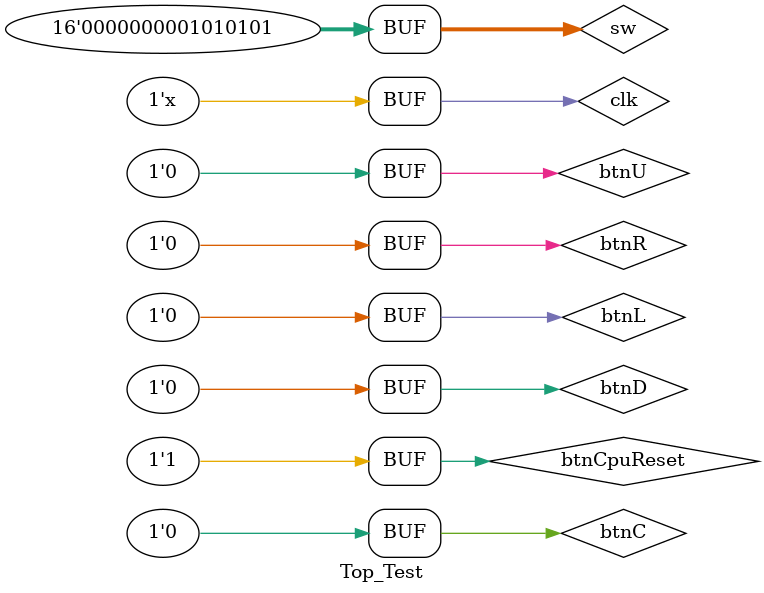
<source format=sv>
`timescale 1ns / 1ps


module Top_Test(
    
    );
    
    logic clk;          
    logic btnCpuReset;  
    logic btnC;         
    logic btnU;         
    logic btnL;         
    logic btnR;         
    logic btnD;         
    logic [15:0] sw;    
    
    logic [15:0] led;           
    logic [6:0] seg;    
    logic [7:0] an;     
    
    Top_MMC dut ( 
        .clk(clk),
        .btnCpuReset(btnCpuReset),
        .btnC(btnC),
        .btnU(btnU),
        .btnL(btnL),
        .btnR(btnR),
        .btnD(btnD),
        .sw(sw),
        .led(led),
        .seg(seg),
        .an(an)
    );
    
    initial begin
        clk = 0;
        btnCpuReset = 0;
        btnC = 0;
        btnU = 0;
        btnL = 0;
        btnR = 0;
        btnD = 0;
        sw = 16'hAA;
        #2;
        btnCpuReset = 1;
        #208;
        sw = 16'h55;
    end
    
    always begin
        clk = ~clk;
        #5;
    end
    
endmodule

</source>
